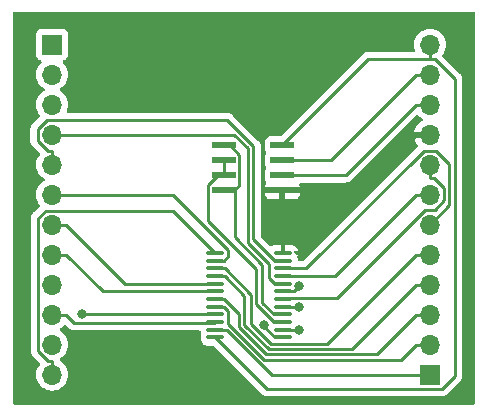
<source format=gtl>
G04 #@! TF.GenerationSoftware,KiCad,Pcbnew,7.0.7*
G04 #@! TF.CreationDate,2023-09-07T14:52:05+08:00*
G04 #@! TF.ProjectId,rs485,72733438-352e-46b6-9963-61645f706362,rev?*
G04 #@! TF.SameCoordinates,Original*
G04 #@! TF.FileFunction,Copper,L1,Top*
G04 #@! TF.FilePolarity,Positive*
%FSLAX46Y46*%
G04 Gerber Fmt 4.6, Leading zero omitted, Abs format (unit mm)*
G04 Created by KiCad (PCBNEW 7.0.7) date 2023-09-07 14:52:05*
%MOMM*%
%LPD*%
G01*
G04 APERTURE LIST*
G04 Aperture macros list*
%AMRoundRect*
0 Rectangle with rounded corners*
0 $1 Rounding radius*
0 $2 $3 $4 $5 $6 $7 $8 $9 X,Y pos of 4 corners*
0 Add a 4 corners polygon primitive as box body*
4,1,4,$2,$3,$4,$5,$6,$7,$8,$9,$2,$3,0*
0 Add four circle primitives for the rounded corners*
1,1,$1+$1,$2,$3*
1,1,$1+$1,$4,$5*
1,1,$1+$1,$6,$7*
1,1,$1+$1,$8,$9*
0 Add four rect primitives between the rounded corners*
20,1,$1+$1,$2,$3,$4,$5,0*
20,1,$1+$1,$4,$5,$6,$7,0*
20,1,$1+$1,$6,$7,$8,$9,0*
20,1,$1+$1,$8,$9,$2,$3,0*%
G04 Aperture macros list end*
G04 #@! TA.AperFunction,ComponentPad*
%ADD10R,1.700000X1.700000*%
G04 #@! TD*
G04 #@! TA.AperFunction,ComponentPad*
%ADD11O,1.700000X1.700000*%
G04 #@! TD*
G04 #@! TA.AperFunction,SMDPad,CuDef*
%ADD12RoundRect,0.100000X0.637500X0.100000X-0.637500X0.100000X-0.637500X-0.100000X0.637500X-0.100000X0*%
G04 #@! TD*
G04 #@! TA.AperFunction,SMDPad,CuDef*
%ADD13RoundRect,0.039900X-0.945100X-0.245100X0.945100X-0.245100X0.945100X0.245100X-0.945100X0.245100X0*%
G04 #@! TD*
G04 #@! TA.AperFunction,ViaPad*
%ADD14C,0.800000*%
G04 #@! TD*
G04 #@! TA.AperFunction,Conductor*
%ADD15C,0.250000*%
G04 #@! TD*
G04 APERTURE END LIST*
D10*
X133604000Y-97277000D03*
D11*
X133604000Y-99817000D03*
X133604000Y-102357000D03*
X133604000Y-104897000D03*
X133604000Y-107437000D03*
X133604000Y-109977000D03*
X133604000Y-112517000D03*
X133604000Y-115057000D03*
X133604000Y-117597000D03*
X133604000Y-120137000D03*
X133604000Y-122677000D03*
X133604000Y-125217000D03*
D12*
X153162000Y-122070000D03*
X153162000Y-121420000D03*
X153162000Y-120770000D03*
X153162000Y-120120000D03*
X153162000Y-119470000D03*
X153162000Y-118820000D03*
X153162000Y-118170000D03*
X153162000Y-117520000D03*
X153162000Y-116870000D03*
X153162000Y-116220000D03*
X153162000Y-115570000D03*
X153162000Y-114920000D03*
X147437000Y-114920000D03*
X147437000Y-115570000D03*
X147437000Y-116220000D03*
X147437000Y-116870000D03*
X147437000Y-117520000D03*
X147437000Y-118170000D03*
X147437000Y-118820000D03*
X147437000Y-119470000D03*
X147437000Y-120120000D03*
X147437000Y-120770000D03*
X147437000Y-121420000D03*
X147437000Y-122070000D03*
D10*
X165608000Y-125222000D03*
D11*
X165608000Y-122682000D03*
X165608000Y-120142000D03*
X165608000Y-117602000D03*
X165608000Y-115062000D03*
X165608000Y-112522000D03*
X165608000Y-109982000D03*
X165608000Y-107442000D03*
X165608000Y-104902000D03*
X165608000Y-102362000D03*
X165608000Y-99822000D03*
X165608000Y-97282000D03*
D13*
X148147000Y-105791000D03*
X148147000Y-107061000D03*
X148147000Y-108331000D03*
X148147000Y-109601000D03*
X153097000Y-109601000D03*
X153097000Y-108331000D03*
X153097000Y-107061000D03*
X153097000Y-105791000D03*
D14*
X154517700Y-121420000D03*
X154505200Y-119507500D03*
X154518600Y-117712500D03*
X136127000Y-120120000D03*
X151585000Y-121011000D03*
D15*
X165608000Y-125222000D02*
X152198300Y-125222000D01*
X152198300Y-125222000D02*
X148396300Y-121420000D01*
X148396300Y-121420000D02*
X147437000Y-121420000D01*
X151566300Y-123953100D02*
X163161600Y-123953100D01*
X163161600Y-123953100D02*
X164432700Y-122682000D01*
X148536200Y-120923000D02*
X151566300Y-123953100D01*
X148145400Y-119470000D02*
X148536200Y-119860800D01*
X165608000Y-122682000D02*
X164432700Y-122682000D01*
X147437000Y-119470000D02*
X148145400Y-119470000D01*
X148536200Y-119860800D02*
X148536200Y-120923000D01*
X165608000Y-120142000D02*
X164432700Y-120142000D01*
X161071900Y-123502800D02*
X164432700Y-120142000D01*
X148165000Y-118820000D02*
X149425400Y-120080400D01*
X149425400Y-120080400D02*
X149425400Y-121175300D01*
X151752900Y-123502800D02*
X161071900Y-123502800D01*
X149425400Y-121175300D02*
X151752900Y-123502800D01*
X147437000Y-118820000D02*
X148165000Y-118820000D01*
X151939500Y-123052500D02*
X158982200Y-123052500D01*
X147437000Y-116870000D02*
X148210000Y-116870000D01*
X148210000Y-116870000D02*
X149875700Y-118535700D01*
X149875700Y-120988700D02*
X151939500Y-123052500D01*
X158982200Y-123052500D02*
X164432700Y-117602000D01*
X165608000Y-117602000D02*
X164432700Y-117602000D01*
X149875700Y-118535700D02*
X149875700Y-120988700D01*
X152126100Y-122602200D02*
X150454700Y-120930800D01*
X150454700Y-118449500D02*
X148225200Y-116220000D01*
X165608000Y-115062000D02*
X164432700Y-115062000D01*
X150454700Y-120930800D02*
X150454700Y-118449500D01*
X156892500Y-122602200D02*
X152126100Y-122602200D01*
X164432700Y-115062000D02*
X156892500Y-122602200D01*
X148225200Y-116220000D02*
X147437000Y-116220000D01*
X155127300Y-116220000D02*
X153162000Y-116220000D01*
X165608000Y-112522000D02*
X167247100Y-110882900D01*
X167247100Y-110882900D02*
X167247100Y-107418800D01*
X166090200Y-106261900D02*
X165085400Y-106261900D01*
X165085400Y-106261900D02*
X155127300Y-116220000D01*
X167247100Y-107418800D02*
X166090200Y-106261900D01*
X165608000Y-109982000D02*
X164432700Y-109982000D01*
X157544700Y-116870000D02*
X153162000Y-116870000D01*
X164432700Y-109982000D02*
X157544700Y-116870000D01*
X157735800Y-118695800D02*
X153286200Y-118695800D01*
X165179600Y-111252000D02*
X157735800Y-118695800D01*
X166796700Y-110459700D02*
X166004400Y-111252000D01*
X165608000Y-107442000D02*
X165608000Y-108617300D01*
X165608000Y-108617300D02*
X165975300Y-108617300D01*
X165975300Y-108617300D02*
X166796700Y-109438700D01*
X166004400Y-111252000D02*
X165179600Y-111252000D01*
X153286200Y-118695800D02*
X153162000Y-118820000D01*
X166796700Y-109438700D02*
X166796700Y-110459700D01*
X165608000Y-104902000D02*
X164432700Y-104902000D01*
X153162000Y-109601000D02*
X153097000Y-109601000D01*
X159733700Y-109601000D02*
X153162000Y-109601000D01*
X153162000Y-109601000D02*
X153162000Y-114920000D01*
X164432700Y-104902000D02*
X159733700Y-109601000D01*
X160365100Y-98522900D02*
X153097000Y-105791000D01*
X165608000Y-97282000D02*
X165608000Y-98457300D01*
X147437000Y-122070000D02*
X151764400Y-126397400D01*
X166016300Y-98522900D02*
X165608000Y-98522900D01*
X165608000Y-98522900D02*
X160365100Y-98522900D01*
X166656800Y-126397400D02*
X167697400Y-125356800D01*
X151764400Y-126397400D02*
X166656800Y-126397400D01*
X165608000Y-98457300D02*
X165608000Y-98522900D01*
X167697400Y-125356800D02*
X167697400Y-100204000D01*
X167697400Y-100204000D02*
X166016300Y-98522900D01*
X164432700Y-99822000D02*
X157193700Y-107061000D01*
X157193700Y-107061000D02*
X153097000Y-107061000D01*
X165608000Y-99822000D02*
X164432700Y-99822000D01*
X164432700Y-102362000D02*
X158463700Y-108331000D01*
X158463700Y-108331000D02*
X153097000Y-108331000D01*
X165608000Y-102362000D02*
X164432700Y-102362000D01*
X153162000Y-121420000D02*
X154517700Y-121420000D01*
X153162000Y-119470000D02*
X154467700Y-119470000D01*
X154467700Y-119470000D02*
X154505200Y-119507500D01*
X154518600Y-117712500D02*
X154061100Y-118170000D01*
X154061100Y-118170000D02*
X153162000Y-118170000D01*
X152452700Y-117520000D02*
X151984300Y-117051600D01*
X150192100Y-114065400D02*
X150192100Y-106061100D01*
X153162000Y-117520000D02*
X152452700Y-117520000D01*
X150192100Y-106061100D02*
X149028000Y-104897000D01*
X151984300Y-117051600D02*
X151984300Y-115857600D01*
X133604000Y-104897000D02*
X134779300Y-104897000D01*
X149028000Y-104897000D02*
X134779300Y-104897000D01*
X151984300Y-115857600D02*
X150192100Y-114065400D01*
X133236700Y-106261700D02*
X133604000Y-106261700D01*
X133156100Y-103678600D02*
X132381800Y-104452900D01*
X133604000Y-107437000D02*
X133604000Y-106261700D01*
X152446200Y-115570000D02*
X150642400Y-113766200D01*
X153162000Y-115570000D02*
X152446200Y-115570000D01*
X150642400Y-105874500D02*
X148446500Y-103678600D01*
X148446500Y-103678600D02*
X133156100Y-103678600D01*
X132381800Y-104452900D02*
X132381800Y-105406800D01*
X150642400Y-113766200D02*
X150642400Y-105874500D01*
X132381800Y-105406800D02*
X133236700Y-106261700D01*
X148133000Y-115570000D02*
X147437000Y-115570000D01*
X143833800Y-109977000D02*
X148516300Y-114659500D01*
X148516300Y-114659500D02*
X148516300Y-115186700D01*
X148516300Y-115186700D02*
X148133000Y-115570000D01*
X133604000Y-109977000D02*
X143833800Y-109977000D01*
X139782300Y-117520000D02*
X147437000Y-117520000D01*
X133604000Y-112517000D02*
X134779300Y-112517000D01*
X134779300Y-112517000D02*
X139782300Y-117520000D01*
X137892300Y-118170000D02*
X147437000Y-118170000D01*
X134779300Y-115057000D02*
X137892300Y-118170000D01*
X133604000Y-115057000D02*
X134779300Y-115057000D01*
X147437000Y-120120000D02*
X136127000Y-120120000D01*
X147356900Y-120850100D02*
X147437000Y-120770000D01*
X134779300Y-120137000D02*
X135492400Y-120850100D01*
X135492400Y-120850100D02*
X147356900Y-120850100D01*
X133604000Y-120137000D02*
X134779300Y-120137000D01*
X151585000Y-121217600D02*
X152437400Y-122070000D01*
X151585000Y-121011000D02*
X151585000Y-121217600D01*
X152437400Y-122070000D02*
X153162000Y-122070000D01*
X132428700Y-111979800D02*
X132428700Y-123233800D01*
X132428700Y-123233800D02*
X133236600Y-124041700D01*
X133604000Y-125217000D02*
X133604000Y-124041700D01*
X147437000Y-114920000D02*
X143855600Y-111338600D01*
X143855600Y-111338600D02*
X133069900Y-111338600D01*
X133236600Y-124041700D02*
X133604000Y-124041700D01*
X133069900Y-111338600D02*
X132428700Y-111979800D01*
X151410000Y-119134200D02*
X152395800Y-120120000D01*
X149057900Y-109601000D02*
X149057900Y-113568100D01*
X152395800Y-120120000D02*
X153162000Y-120120000D01*
X148147000Y-105791000D02*
X148653400Y-105791000D01*
X149057900Y-109601000D02*
X148147000Y-109601000D01*
X149459800Y-109199100D02*
X149057900Y-109601000D01*
X151410000Y-115920200D02*
X151410000Y-119134200D01*
X149057900Y-113568100D02*
X151410000Y-115920200D01*
X149459800Y-106597400D02*
X149459800Y-109199100D01*
X148653400Y-105791000D02*
X149459800Y-106597400D01*
X152408800Y-120770000D02*
X153162000Y-120770000D01*
X147677400Y-108331000D02*
X146800700Y-109207700D01*
X148147000Y-107061000D02*
X148147000Y-108331000D01*
X148147000Y-108331000D02*
X147677400Y-108331000D01*
X146800700Y-112198700D02*
X150905100Y-116303100D01*
X150905100Y-116303100D02*
X150905100Y-119266300D01*
X150905100Y-119266300D02*
X152408800Y-120770000D01*
X146800700Y-109207700D02*
X146800700Y-112198700D01*
G04 #@! TA.AperFunction,Conductor*
G36*
X169361039Y-94507685D02*
G01*
X169406794Y-94560489D01*
X169418000Y-94612000D01*
X169418000Y-127638000D01*
X169398315Y-127705039D01*
X169345511Y-127750794D01*
X169294000Y-127762000D01*
X130426000Y-127762000D01*
X130358961Y-127742315D01*
X130313206Y-127689511D01*
X130302000Y-127638000D01*
X130302000Y-104433098D01*
X131751639Y-104433098D01*
X131756024Y-104479484D01*
X131756299Y-104485321D01*
X131756299Y-105324061D01*
X131754576Y-105339678D01*
X131754860Y-105339705D01*
X131754126Y-105347464D01*
X131756300Y-105416614D01*
X131756300Y-105446143D01*
X131756301Y-105446160D01*
X131757168Y-105453031D01*
X131757626Y-105458850D01*
X131759090Y-105505424D01*
X131759091Y-105505427D01*
X131764680Y-105524667D01*
X131768624Y-105543711D01*
X131771136Y-105563592D01*
X131783567Y-105594989D01*
X131788290Y-105606919D01*
X131790182Y-105612447D01*
X131803181Y-105657188D01*
X131813380Y-105674434D01*
X131821936Y-105691900D01*
X131824969Y-105699558D01*
X131829314Y-105710532D01*
X131856698Y-105748223D01*
X131859906Y-105753107D01*
X131883627Y-105793216D01*
X131883633Y-105793224D01*
X131897790Y-105807380D01*
X131910427Y-105822175D01*
X131912101Y-105824479D01*
X131919858Y-105835156D01*
X131922206Y-105838387D01*
X131953979Y-105864672D01*
X131958109Y-105868088D01*
X131962420Y-105872010D01*
X132529205Y-106438795D01*
X132562689Y-106500117D01*
X132557705Y-106569809D01*
X132543098Y-106597598D01*
X132429965Y-106759169D01*
X132429964Y-106759171D01*
X132330098Y-106973335D01*
X132330094Y-106973344D01*
X132268938Y-107201586D01*
X132268936Y-107201596D01*
X132248341Y-107436999D01*
X132248341Y-107437000D01*
X132268936Y-107672403D01*
X132268938Y-107672413D01*
X132330094Y-107900655D01*
X132330096Y-107900659D01*
X132330097Y-107900663D01*
X132388318Y-108025517D01*
X132429965Y-108114830D01*
X132429967Y-108114834D01*
X132565501Y-108308395D01*
X132565506Y-108308402D01*
X132732597Y-108475493D01*
X132732603Y-108475498D01*
X132918158Y-108605425D01*
X132961783Y-108660002D01*
X132968977Y-108729500D01*
X132937454Y-108791855D01*
X132918158Y-108808575D01*
X132732597Y-108938505D01*
X132565505Y-109105597D01*
X132429965Y-109299169D01*
X132429964Y-109299171D01*
X132330098Y-109513335D01*
X132330094Y-109513344D01*
X132268938Y-109741586D01*
X132268936Y-109741596D01*
X132248341Y-109976999D01*
X132248341Y-109977000D01*
X132268936Y-110212403D01*
X132268938Y-110212413D01*
X132330094Y-110440655D01*
X132330096Y-110440659D01*
X132330097Y-110440663D01*
X132405563Y-110602500D01*
X132429965Y-110654830D01*
X132429967Y-110654834D01*
X132551128Y-110827870D01*
X132573455Y-110894076D01*
X132556445Y-110961843D01*
X132537234Y-110986674D01*
X132044908Y-111478999D01*
X132032651Y-111488820D01*
X132032834Y-111489041D01*
X132026823Y-111494013D01*
X131979472Y-111544436D01*
X131958589Y-111565319D01*
X131958577Y-111565332D01*
X131954321Y-111570817D01*
X131950537Y-111575247D01*
X131918637Y-111609218D01*
X131918636Y-111609220D01*
X131908984Y-111626776D01*
X131898310Y-111643026D01*
X131886029Y-111658861D01*
X131886024Y-111658868D01*
X131867515Y-111701638D01*
X131864945Y-111706884D01*
X131842503Y-111747706D01*
X131837522Y-111767107D01*
X131831221Y-111785510D01*
X131823262Y-111803902D01*
X131823261Y-111803905D01*
X131815971Y-111849927D01*
X131814787Y-111855646D01*
X131803201Y-111900772D01*
X131803200Y-111900782D01*
X131803200Y-111920816D01*
X131801673Y-111940215D01*
X131798540Y-111959994D01*
X131798540Y-111959995D01*
X131802925Y-112006383D01*
X131803200Y-112012221D01*
X131803200Y-123151055D01*
X131801475Y-123166672D01*
X131801761Y-123166699D01*
X131801026Y-123174465D01*
X131803200Y-123243614D01*
X131803200Y-123273143D01*
X131803201Y-123273160D01*
X131804068Y-123280031D01*
X131804526Y-123285850D01*
X131805990Y-123332424D01*
X131805991Y-123332427D01*
X131811580Y-123351667D01*
X131815524Y-123370711D01*
X131818036Y-123390591D01*
X131835190Y-123433919D01*
X131837082Y-123439447D01*
X131850081Y-123484188D01*
X131860280Y-123501434D01*
X131868838Y-123518903D01*
X131876214Y-123537532D01*
X131903598Y-123575223D01*
X131906806Y-123580107D01*
X131930527Y-123620216D01*
X131930533Y-123620224D01*
X131944690Y-123634380D01*
X131957328Y-123649176D01*
X131969105Y-123665386D01*
X131969106Y-123665387D01*
X132005009Y-123695088D01*
X132009320Y-123699010D01*
X132407445Y-124097136D01*
X132529162Y-124218853D01*
X132562647Y-124280176D01*
X132557663Y-124349868D01*
X132543056Y-124377657D01*
X132429965Y-124539169D01*
X132429964Y-124539171D01*
X132330098Y-124753335D01*
X132330094Y-124753344D01*
X132268938Y-124981586D01*
X132268936Y-124981596D01*
X132248341Y-125216999D01*
X132248341Y-125217000D01*
X132268936Y-125452403D01*
X132268938Y-125452413D01*
X132330094Y-125680655D01*
X132330096Y-125680659D01*
X132330097Y-125680663D01*
X132405600Y-125842580D01*
X132429965Y-125894830D01*
X132429967Y-125894834D01*
X132538281Y-126049521D01*
X132565505Y-126088401D01*
X132732599Y-126255495D01*
X132829384Y-126323265D01*
X132926165Y-126391032D01*
X132926167Y-126391033D01*
X132926170Y-126391035D01*
X133140337Y-126490903D01*
X133368592Y-126552063D01*
X133556918Y-126568539D01*
X133603999Y-126572659D01*
X133604000Y-126572659D01*
X133604001Y-126572659D01*
X133643234Y-126569226D01*
X133839408Y-126552063D01*
X134067663Y-126490903D01*
X134281830Y-126391035D01*
X134475401Y-126255495D01*
X134642495Y-126088401D01*
X134778035Y-125894830D01*
X134877903Y-125680663D01*
X134939063Y-125452408D01*
X134959659Y-125217000D01*
X134939063Y-124981592D01*
X134877903Y-124753337D01*
X134778035Y-124539171D01*
X134772817Y-124531718D01*
X134642494Y-124345597D01*
X134475402Y-124178506D01*
X134475401Y-124178505D01*
X134405649Y-124129664D01*
X134289839Y-124048573D01*
X134246216Y-123993997D01*
X134239023Y-123924498D01*
X134270545Y-123862144D01*
X134289831Y-123845432D01*
X134475401Y-123715495D01*
X134642495Y-123548401D01*
X134778035Y-123354830D01*
X134877903Y-123140663D01*
X134939063Y-122912408D01*
X134959659Y-122677000D01*
X134939063Y-122441592D01*
X134880333Y-122222406D01*
X134877905Y-122213344D01*
X134877904Y-122213343D01*
X134877903Y-122213337D01*
X134778035Y-121999171D01*
X134760317Y-121973866D01*
X134642494Y-121805597D01*
X134475402Y-121638506D01*
X134475396Y-121638501D01*
X134289842Y-121508575D01*
X134246217Y-121453998D01*
X134239023Y-121384500D01*
X134270546Y-121322145D01*
X134289842Y-121305425D01*
X134374758Y-121245966D01*
X134475401Y-121175495D01*
X134616622Y-121034274D01*
X134677945Y-121000789D01*
X134747637Y-121005773D01*
X134791984Y-121034274D01*
X134991594Y-121233884D01*
X135001419Y-121246148D01*
X135001640Y-121245966D01*
X135006610Y-121251973D01*
X135006613Y-121251976D01*
X135006614Y-121251977D01*
X135057051Y-121299341D01*
X135077930Y-121320220D01*
X135083404Y-121324466D01*
X135087842Y-121328256D01*
X135121818Y-121360162D01*
X135121822Y-121360164D01*
X135139373Y-121369813D01*
X135155631Y-121380492D01*
X135171464Y-121392774D01*
X135193415Y-121402272D01*
X135214237Y-121411283D01*
X135219481Y-121413852D01*
X135260308Y-121436297D01*
X135279712Y-121441279D01*
X135298110Y-121447578D01*
X135316505Y-121455538D01*
X135362529Y-121462826D01*
X135368232Y-121464007D01*
X135413381Y-121475600D01*
X135433416Y-121475600D01*
X135452813Y-121477126D01*
X135472596Y-121480260D01*
X135518983Y-121475875D01*
X135524822Y-121475600D01*
X146079228Y-121475600D01*
X146146267Y-121495285D01*
X146192022Y-121548089D01*
X146202167Y-121583416D01*
X146214454Y-121676753D01*
X146214457Y-121676765D01*
X146223066Y-121697550D01*
X146230533Y-121767019D01*
X146223067Y-121792449D01*
X146214455Y-121813240D01*
X146199000Y-121930638D01*
X146199000Y-122209363D01*
X146214453Y-122326753D01*
X146214456Y-122326762D01*
X146274964Y-122472841D01*
X146371218Y-122598282D01*
X146496659Y-122694536D01*
X146642738Y-122755044D01*
X146760139Y-122770500D01*
X147201547Y-122770499D01*
X147268586Y-122790183D01*
X147289228Y-122806818D01*
X151263594Y-126781184D01*
X151273419Y-126793448D01*
X151273640Y-126793266D01*
X151278610Y-126799273D01*
X151278613Y-126799276D01*
X151278614Y-126799277D01*
X151329051Y-126846641D01*
X151349930Y-126867520D01*
X151355404Y-126871766D01*
X151359842Y-126875556D01*
X151393818Y-126907462D01*
X151393822Y-126907464D01*
X151411373Y-126917113D01*
X151427631Y-126927792D01*
X151443464Y-126940074D01*
X151465415Y-126949572D01*
X151486237Y-126958583D01*
X151491481Y-126961152D01*
X151532308Y-126983597D01*
X151551712Y-126988579D01*
X151570110Y-126994878D01*
X151588505Y-127002838D01*
X151634529Y-127010126D01*
X151640232Y-127011307D01*
X151685381Y-127022900D01*
X151705416Y-127022900D01*
X151724813Y-127024426D01*
X151744596Y-127027560D01*
X151790983Y-127023175D01*
X151796822Y-127022900D01*
X166574057Y-127022900D01*
X166589677Y-127024624D01*
X166589704Y-127024339D01*
X166597460Y-127025071D01*
X166597467Y-127025073D01*
X166666614Y-127022900D01*
X166696150Y-127022900D01*
X166703028Y-127022030D01*
X166708841Y-127021572D01*
X166755427Y-127020109D01*
X166774669Y-127014517D01*
X166793712Y-127010574D01*
X166813592Y-127008064D01*
X166856922Y-126990907D01*
X166862446Y-126989017D01*
X166866196Y-126987927D01*
X166907190Y-126976018D01*
X166924429Y-126965822D01*
X166941903Y-126957262D01*
X166960527Y-126949888D01*
X166960527Y-126949887D01*
X166960532Y-126949886D01*
X166998249Y-126922482D01*
X167003105Y-126919292D01*
X167043220Y-126895570D01*
X167057389Y-126881399D01*
X167072179Y-126868768D01*
X167088387Y-126856994D01*
X167118099Y-126821076D01*
X167122012Y-126816776D01*
X168081186Y-125857602D01*
X168093448Y-125847780D01*
X168093265Y-125847559D01*
X168099267Y-125842592D01*
X168099277Y-125842586D01*
X168146641Y-125792148D01*
X168167520Y-125771270D01*
X168171773Y-125765786D01*
X168175550Y-125761363D01*
X168207462Y-125727382D01*
X168217114Y-125709823D01*
X168227789Y-125693572D01*
X168240074Y-125677736D01*
X168258586Y-125634952D01*
X168261142Y-125629735D01*
X168283597Y-125588892D01*
X168288580Y-125569480D01*
X168294877Y-125551091D01*
X168302838Y-125532695D01*
X168310129Y-125486653D01*
X168311308Y-125480962D01*
X168322900Y-125435819D01*
X168322900Y-125415782D01*
X168324427Y-125396382D01*
X168327560Y-125376604D01*
X168323175Y-125330215D01*
X168322900Y-125324377D01*
X168322900Y-100286737D01*
X168324624Y-100271123D01*
X168324338Y-100271096D01*
X168325072Y-100263333D01*
X168322900Y-100194202D01*
X168322900Y-100164651D01*
X168322900Y-100164650D01*
X168322029Y-100157759D01*
X168321572Y-100151945D01*
X168320109Y-100105374D01*
X168320109Y-100105372D01*
X168314520Y-100086137D01*
X168310574Y-100067084D01*
X168308064Y-100047208D01*
X168290901Y-100003859D01*
X168289014Y-99998346D01*
X168276017Y-99953610D01*
X168276016Y-99953608D01*
X168265821Y-99936369D01*
X168257260Y-99918893D01*
X168249886Y-99900269D01*
X168249886Y-99900267D01*
X168239874Y-99886488D01*
X168222483Y-99862550D01*
X168219300Y-99857705D01*
X168195570Y-99817579D01*
X168195565Y-99817573D01*
X168181405Y-99803413D01*
X168168770Y-99788620D01*
X168156993Y-99772412D01*
X168121093Y-99742713D01*
X168116781Y-99738790D01*
X166672664Y-98294673D01*
X166639179Y-98233350D01*
X166644163Y-98163658D01*
X166658768Y-98135872D01*
X166782035Y-97959830D01*
X166881903Y-97745663D01*
X166943063Y-97517408D01*
X166963659Y-97282000D01*
X166943063Y-97046592D01*
X166881903Y-96818337D01*
X166782035Y-96604171D01*
X166646495Y-96410599D01*
X166646494Y-96410597D01*
X166479402Y-96243506D01*
X166479395Y-96243501D01*
X166285834Y-96107967D01*
X166285830Y-96107965D01*
X166203243Y-96069454D01*
X166071663Y-96008097D01*
X166071659Y-96008096D01*
X166071655Y-96008094D01*
X165843413Y-95946938D01*
X165843403Y-95946936D01*
X165608001Y-95926341D01*
X165607999Y-95926341D01*
X165372596Y-95946936D01*
X165372586Y-95946938D01*
X165144344Y-96008094D01*
X165144335Y-96008098D01*
X164930171Y-96107964D01*
X164930169Y-96107965D01*
X164736597Y-96243505D01*
X164569505Y-96410597D01*
X164433965Y-96604169D01*
X164433964Y-96604171D01*
X164334098Y-96818335D01*
X164334094Y-96818344D01*
X164272938Y-97046586D01*
X164272936Y-97046596D01*
X164252341Y-97281999D01*
X164252341Y-97282000D01*
X164272936Y-97517403D01*
X164272938Y-97517413D01*
X164332929Y-97741307D01*
X164331266Y-97811157D01*
X164292103Y-97869019D01*
X164227874Y-97896523D01*
X164213154Y-97897400D01*
X160447843Y-97897400D01*
X160432222Y-97895675D01*
X160432195Y-97895961D01*
X160424433Y-97895226D01*
X160355272Y-97897400D01*
X160325749Y-97897400D01*
X160318878Y-97898267D01*
X160313059Y-97898725D01*
X160266474Y-97900189D01*
X160266468Y-97900190D01*
X160247226Y-97905780D01*
X160228187Y-97909723D01*
X160208317Y-97912234D01*
X160208303Y-97912237D01*
X160164983Y-97929388D01*
X160159458Y-97931280D01*
X160114713Y-97944280D01*
X160114710Y-97944281D01*
X160097466Y-97954479D01*
X160080005Y-97963033D01*
X160061374Y-97970410D01*
X160061362Y-97970417D01*
X160023670Y-97997802D01*
X160018787Y-98001009D01*
X159978680Y-98024729D01*
X159964514Y-98038895D01*
X159949724Y-98051527D01*
X159933514Y-98063304D01*
X159933511Y-98063307D01*
X159903810Y-98099209D01*
X159899877Y-98103531D01*
X153034226Y-104969181D01*
X152972903Y-105002666D01*
X152946545Y-105005500D01*
X152109598Y-105005500D01*
X152022751Y-105015928D01*
X151884553Y-105070426D01*
X151884551Y-105070427D01*
X151766186Y-105160186D01*
X151676427Y-105278551D01*
X151621928Y-105416751D01*
X151621928Y-105416752D01*
X151611500Y-105503590D01*
X151611500Y-106078401D01*
X151621928Y-106165248D01*
X151676426Y-106303446D01*
X151676427Y-106303448D01*
X151712544Y-106351075D01*
X151737367Y-106416386D01*
X151722939Y-106484750D01*
X151712544Y-106500925D01*
X151676427Y-106548551D01*
X151621928Y-106686751D01*
X151621928Y-106686752D01*
X151611500Y-106773590D01*
X151611500Y-107348401D01*
X151621928Y-107435248D01*
X151676426Y-107573446D01*
X151676427Y-107573448D01*
X151712544Y-107621075D01*
X151737367Y-107686386D01*
X151722939Y-107754750D01*
X151712544Y-107770925D01*
X151676427Y-107818551D01*
X151621928Y-107956751D01*
X151621928Y-107956752D01*
X151611500Y-108043590D01*
X151611500Y-108618401D01*
X151621928Y-108705248D01*
X151676426Y-108843446D01*
X151676427Y-108843448D01*
X151683586Y-108852888D01*
X151706789Y-108883486D01*
X151712857Y-108891487D01*
X151737681Y-108956798D01*
X151723254Y-109025162D01*
X151712859Y-109041337D01*
X151676866Y-109088801D01*
X151622418Y-109226870D01*
X151612000Y-109313637D01*
X151612000Y-109351000D01*
X154581999Y-109351000D01*
X154581999Y-109313637D01*
X154571581Y-109226870D01*
X154531799Y-109125990D01*
X154525518Y-109056403D01*
X154557855Y-108994467D01*
X154618544Y-108959846D01*
X154647154Y-108956500D01*
X158380957Y-108956500D01*
X158396577Y-108958224D01*
X158396604Y-108957939D01*
X158404360Y-108958671D01*
X158404367Y-108958673D01*
X158473514Y-108956500D01*
X158503050Y-108956500D01*
X158509928Y-108955630D01*
X158515741Y-108955172D01*
X158562327Y-108953709D01*
X158581569Y-108948117D01*
X158600612Y-108944174D01*
X158620492Y-108941664D01*
X158663822Y-108924507D01*
X158669346Y-108922617D01*
X158673096Y-108921527D01*
X158714090Y-108909618D01*
X158731329Y-108899422D01*
X158748803Y-108890862D01*
X158767427Y-108883488D01*
X158767427Y-108883487D01*
X158767432Y-108883486D01*
X158805149Y-108856082D01*
X158810005Y-108852892D01*
X158850120Y-108829170D01*
X158864289Y-108814999D01*
X158879079Y-108802368D01*
X158895287Y-108790594D01*
X158924999Y-108754676D01*
X158928912Y-108750376D01*
X164420017Y-103259271D01*
X164481338Y-103225788D01*
X164551030Y-103230772D01*
X164595377Y-103259273D01*
X164736597Y-103400493D01*
X164736603Y-103400498D01*
X164922594Y-103530730D01*
X164966219Y-103585307D01*
X164973413Y-103654805D01*
X164941890Y-103717160D01*
X164922595Y-103733880D01*
X164736922Y-103863890D01*
X164736920Y-103863891D01*
X164569891Y-104030920D01*
X164569886Y-104030926D01*
X164434400Y-104224420D01*
X164434399Y-104224422D01*
X164334570Y-104438507D01*
X164334567Y-104438513D01*
X164277364Y-104651999D01*
X164277364Y-104652000D01*
X164994653Y-104652000D01*
X165061692Y-104671685D01*
X165107447Y-104724489D01*
X165117391Y-104793647D01*
X165113631Y-104810933D01*
X165108000Y-104830111D01*
X165108000Y-104973888D01*
X165113631Y-104993067D01*
X165113630Y-105062936D01*
X165075855Y-105121714D01*
X165012299Y-105150738D01*
X164994653Y-105152000D01*
X164277364Y-105152000D01*
X164334567Y-105365486D01*
X164334570Y-105365492D01*
X164434399Y-105579578D01*
X164559524Y-105758273D01*
X164581851Y-105824479D01*
X164564841Y-105892247D01*
X164545630Y-105917078D01*
X154904528Y-115558181D01*
X154843205Y-115591666D01*
X154816847Y-115594500D01*
X154523999Y-115594500D01*
X154456960Y-115574815D01*
X154411205Y-115522011D01*
X154399999Y-115470500D01*
X154399999Y-115430636D01*
X154384546Y-115313246D01*
X154384544Y-115313239D01*
X154384544Y-115313238D01*
X154375662Y-115291797D01*
X154368194Y-115222328D01*
X154375664Y-115196890D01*
X154384055Y-115176632D01*
X154384055Y-115176630D01*
X154391512Y-115120000D01*
X154349000Y-115120000D01*
X154281961Y-115100315D01*
X154250625Y-115071487D01*
X154227784Y-115041720D01*
X154227782Y-115041719D01*
X154227782Y-115041718D01*
X154102341Y-114945464D01*
X154102339Y-114945463D01*
X154098316Y-114942376D01*
X154057114Y-114885948D01*
X154052959Y-114816202D01*
X154087171Y-114755281D01*
X154148889Y-114722529D01*
X154173803Y-114720000D01*
X154391510Y-114720000D01*
X154391511Y-114719998D01*
X154384057Y-114663372D01*
X154384055Y-114663366D01*
X154323600Y-114517414D01*
X154227424Y-114392075D01*
X154102086Y-114295899D01*
X153956134Y-114235445D01*
X153956130Y-114235444D01*
X153838830Y-114220000D01*
X153362000Y-114220000D01*
X153362000Y-114745500D01*
X153342315Y-114812539D01*
X153289511Y-114858294D01*
X153238000Y-114869500D01*
X153086000Y-114869500D01*
X153018961Y-114849815D01*
X152973206Y-114797011D01*
X152962000Y-114745500D01*
X152962000Y-114220000D01*
X152485175Y-114220000D01*
X152367871Y-114235442D01*
X152367866Y-114235444D01*
X152221910Y-114295900D01*
X152221909Y-114295901D01*
X152214692Y-114301439D01*
X152149521Y-114326629D01*
X152081077Y-114312586D01*
X152051531Y-114290739D01*
X151304219Y-113543427D01*
X151270734Y-113482104D01*
X151267900Y-113455746D01*
X151267900Y-109851000D01*
X151612001Y-109851000D01*
X151612001Y-109888362D01*
X151622418Y-109975129D01*
X151676866Y-110113199D01*
X151766543Y-110231456D01*
X151884800Y-110321133D01*
X152022870Y-110375581D01*
X152109637Y-110385999D01*
X152846999Y-110385999D01*
X152847000Y-109851000D01*
X153347000Y-109851000D01*
X153347000Y-110385999D01*
X154084363Y-110385999D01*
X154171129Y-110375581D01*
X154309199Y-110321133D01*
X154427456Y-110231456D01*
X154517133Y-110113199D01*
X154571581Y-109975129D01*
X154582000Y-109888362D01*
X154582000Y-109851000D01*
X153347000Y-109851000D01*
X152847000Y-109851000D01*
X151612001Y-109851000D01*
X151267900Y-109851000D01*
X151267900Y-105957242D01*
X151269624Y-105941622D01*
X151269339Y-105941595D01*
X151270073Y-105933833D01*
X151267900Y-105864672D01*
X151267900Y-105835156D01*
X151267900Y-105835150D01*
X151267031Y-105828279D01*
X151266573Y-105822452D01*
X151266564Y-105822176D01*
X151265110Y-105775873D01*
X151259519Y-105756630D01*
X151255573Y-105737578D01*
X151253064Y-105717708D01*
X151235904Y-105674367D01*
X151234024Y-105668879D01*
X151221018Y-105624110D01*
X151210822Y-105606870D01*
X151202261Y-105589394D01*
X151194887Y-105570770D01*
X151189672Y-105563592D01*
X151167479Y-105533045D01*
X151164288Y-105528186D01*
X151160925Y-105522500D01*
X151140570Y-105488080D01*
X151140568Y-105488078D01*
X151140565Y-105488074D01*
X151126406Y-105473915D01*
X151113768Y-105459119D01*
X151104353Y-105446160D01*
X151101994Y-105442913D01*
X151070369Y-105416751D01*
X151066088Y-105413209D01*
X151061776Y-105409286D01*
X148947303Y-103294812D01*
X148937480Y-103282550D01*
X148937259Y-103282734D01*
X148932286Y-103276723D01*
X148913704Y-103259273D01*
X148881864Y-103229373D01*
X148871419Y-103218928D01*
X148860975Y-103208483D01*
X148855486Y-103204225D01*
X148851061Y-103200447D01*
X148817082Y-103168538D01*
X148817080Y-103168536D01*
X148817077Y-103168535D01*
X148799529Y-103158888D01*
X148783263Y-103148204D01*
X148767433Y-103135925D01*
X148724668Y-103117418D01*
X148719422Y-103114848D01*
X148678593Y-103092403D01*
X148678592Y-103092402D01*
X148659193Y-103087422D01*
X148640781Y-103081118D01*
X148622398Y-103073162D01*
X148622392Y-103073160D01*
X148576374Y-103065872D01*
X148570652Y-103064687D01*
X148525521Y-103053100D01*
X148525519Y-103053100D01*
X148505484Y-103053100D01*
X148486086Y-103051573D01*
X148478662Y-103050397D01*
X148466305Y-103048440D01*
X148466304Y-103048440D01*
X148419916Y-103052825D01*
X148414078Y-103053100D01*
X134964157Y-103053100D01*
X134897118Y-103033415D01*
X134851363Y-102980611D01*
X134841419Y-102911453D01*
X134851775Y-102876696D01*
X134877900Y-102820669D01*
X134877903Y-102820663D01*
X134939063Y-102592408D01*
X134959659Y-102357000D01*
X134939063Y-102121592D01*
X134880333Y-101902406D01*
X134877905Y-101893344D01*
X134877904Y-101893343D01*
X134877903Y-101893337D01*
X134778035Y-101679171D01*
X134642495Y-101485599D01*
X134642494Y-101485597D01*
X134475402Y-101318506D01*
X134475396Y-101318501D01*
X134289842Y-101188575D01*
X134246217Y-101133998D01*
X134239023Y-101064500D01*
X134270546Y-101002145D01*
X134289842Y-100985425D01*
X134312026Y-100969891D01*
X134475401Y-100855495D01*
X134642495Y-100688401D01*
X134778035Y-100494830D01*
X134877903Y-100280663D01*
X134939063Y-100052408D01*
X134959659Y-99817000D01*
X134939063Y-99581592D01*
X134880333Y-99362406D01*
X134877905Y-99353344D01*
X134877904Y-99353343D01*
X134877903Y-99353337D01*
X134778035Y-99139171D01*
X134642495Y-98945599D01*
X134520567Y-98823671D01*
X134487084Y-98762351D01*
X134492068Y-98692659D01*
X134533939Y-98636725D01*
X134564915Y-98619810D01*
X134696331Y-98570796D01*
X134811546Y-98484546D01*
X134897796Y-98369331D01*
X134948091Y-98234483D01*
X134954500Y-98174873D01*
X134954499Y-96379128D01*
X134948091Y-96319517D01*
X134919740Y-96243505D01*
X134897797Y-96184671D01*
X134897793Y-96184664D01*
X134811547Y-96069455D01*
X134811544Y-96069452D01*
X134696335Y-95983206D01*
X134696328Y-95983202D01*
X134561482Y-95932908D01*
X134561483Y-95932908D01*
X134501883Y-95926501D01*
X134501881Y-95926500D01*
X134501873Y-95926500D01*
X134501864Y-95926500D01*
X132706129Y-95926500D01*
X132706123Y-95926501D01*
X132646516Y-95932908D01*
X132511671Y-95983202D01*
X132511664Y-95983206D01*
X132396455Y-96069452D01*
X132396452Y-96069455D01*
X132310206Y-96184664D01*
X132310202Y-96184671D01*
X132259908Y-96319517D01*
X132253501Y-96379116D01*
X132253501Y-96379123D01*
X132253500Y-96379135D01*
X132253500Y-98174870D01*
X132253501Y-98174876D01*
X132259908Y-98234483D01*
X132310202Y-98369328D01*
X132310206Y-98369335D01*
X132396452Y-98484544D01*
X132396455Y-98484547D01*
X132511664Y-98570793D01*
X132511671Y-98570797D01*
X132643081Y-98619810D01*
X132699015Y-98661681D01*
X132723432Y-98727145D01*
X132708580Y-98795418D01*
X132687430Y-98823673D01*
X132565503Y-98945600D01*
X132429965Y-99139169D01*
X132429964Y-99139171D01*
X132330098Y-99353335D01*
X132330094Y-99353344D01*
X132268938Y-99581586D01*
X132268936Y-99581596D01*
X132248341Y-99816999D01*
X132248341Y-99817000D01*
X132268936Y-100052403D01*
X132268938Y-100052413D01*
X132330094Y-100280655D01*
X132330096Y-100280659D01*
X132330097Y-100280663D01*
X132403273Y-100437589D01*
X132429965Y-100494830D01*
X132429967Y-100494834D01*
X132443704Y-100514452D01*
X132563675Y-100685788D01*
X132565501Y-100688395D01*
X132565506Y-100688402D01*
X132732597Y-100855493D01*
X132732603Y-100855498D01*
X132918158Y-100985425D01*
X132961783Y-101040002D01*
X132968977Y-101109500D01*
X132937454Y-101171855D01*
X132918158Y-101188575D01*
X132732597Y-101318505D01*
X132565505Y-101485597D01*
X132429965Y-101679169D01*
X132429964Y-101679171D01*
X132330098Y-101893335D01*
X132330094Y-101893344D01*
X132268938Y-102121586D01*
X132268936Y-102121596D01*
X132248341Y-102356999D01*
X132248341Y-102357000D01*
X132268936Y-102592403D01*
X132268938Y-102592413D01*
X132330094Y-102820655D01*
X132330096Y-102820659D01*
X132330097Y-102820663D01*
X132379648Y-102926925D01*
X132429965Y-103034830D01*
X132429967Y-103034834D01*
X132568610Y-103232836D01*
X132567075Y-103233910D01*
X132591752Y-103290329D01*
X132580697Y-103359318D01*
X132556427Y-103393680D01*
X131998008Y-103952099D01*
X131985751Y-103961920D01*
X131985934Y-103962141D01*
X131979923Y-103967113D01*
X131932572Y-104017536D01*
X131911689Y-104038419D01*
X131911677Y-104038432D01*
X131907421Y-104043917D01*
X131903637Y-104048347D01*
X131871737Y-104082318D01*
X131871736Y-104082320D01*
X131862084Y-104099876D01*
X131851410Y-104116126D01*
X131839129Y-104131961D01*
X131839124Y-104131968D01*
X131820615Y-104174738D01*
X131818045Y-104179984D01*
X131795603Y-104220806D01*
X131790622Y-104240207D01*
X131784321Y-104258610D01*
X131776362Y-104277002D01*
X131776361Y-104277006D01*
X131769071Y-104323027D01*
X131767887Y-104328746D01*
X131756299Y-104373883D01*
X131756299Y-104393919D01*
X131754773Y-104413307D01*
X131751640Y-104433092D01*
X131751639Y-104433098D01*
X130302000Y-104433098D01*
X130302000Y-94612000D01*
X130321685Y-94544961D01*
X130374489Y-94499206D01*
X130426000Y-94488000D01*
X169294000Y-94488000D01*
X169361039Y-94507685D01*
G37*
G04 #@! TD.AperFunction*
M02*

</source>
